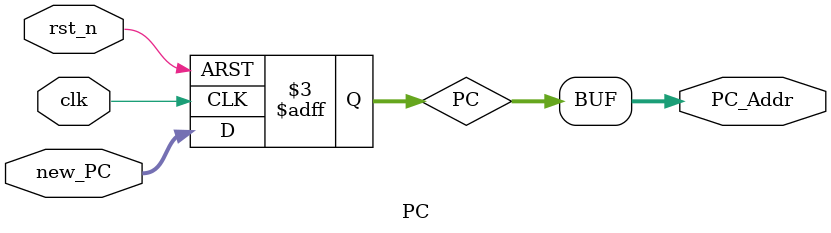
<source format=v>
module PC(
  input  [31:0] new_PC,
  input         clk,
  input         rst_n,//
  output [31:0] PC_Addr
  );
  reg [31:0] Addr;
	reg [31:0] PC;
	
	always@(posedge clk or negedge rst_n)
	begin
	  if (!rst_n)
	    begin
	      PC = 32'h0000_3000;
	    end
	  else
	    begin
	      PC = new_PC;
	      //$display("%x", PC);
	    end  
	end
	assign PC_Addr = PC;
endmodule
	
	

</source>
